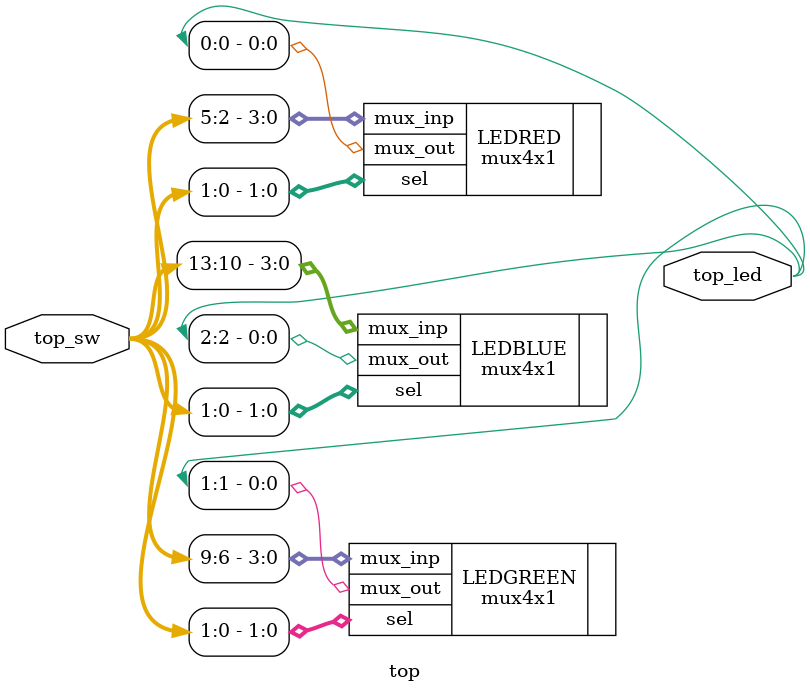
<source format=v>
module top(
            input [13:0] top_sw,
            output [2:0] top_led
            );
            
            
            mux4x1 LEDRED(
                    .mux_inp(top_sw[5:2]),
                    .sel(top_sw[1:0]),
                    .mux_out(top_led[0])
                    );
                    
             mux4x1 LEDGREEN(
                    .mux_inp(top_sw[9:6]),
                    .sel(top_sw[1:0]),
                    .mux_out(top_led[1])
                    );         
                    
                    
               mux4x1 LEDBLUE(
                    .mux_inp(top_sw[13:10]),
                    .sel(top_sw[1:0]),
                    .mux_out(top_led[2])
                    );       
                    
endmodule

</source>
